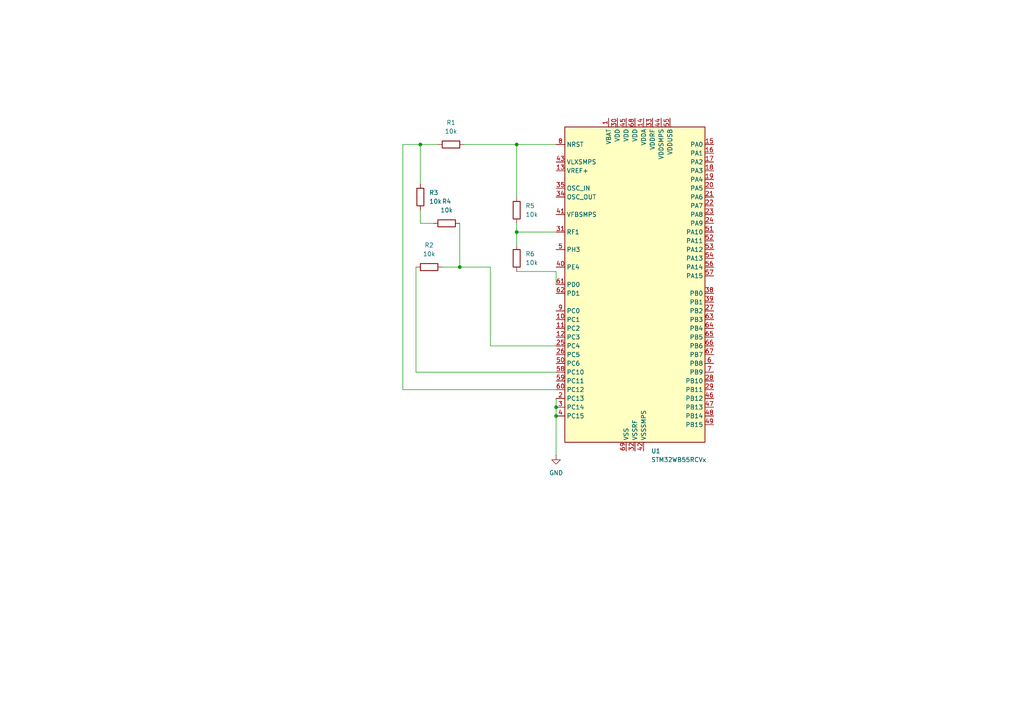
<source format=kicad_sch>
(kicad_sch (version 20250114) (generator "eeschema") (generator_version "9.0")
  (paper "A4")
  (lib_symbols
    (symbol "Device:R" (pin_numbers (hide yes)) (pin_names (offset 0))
      (property "Reference" "R" (at 2.032 0 90))
      (property "Value" "R" (at 0 0 90))
      (symbol "R_0_1"
        (rectangle (start -1.016 -2.54) (end 1.016 2.54) (stroke (width 0.254)))
      )
      (symbol "R_1_1"
        (pin passive line (at 0 3.81 270) (length 1.27) (name "~") (number "1"))
        (pin passive line (at 0 -3.81 90) (length 1.27) (name "~") (number "2"))
      )
    )
    (symbol "MCU_ST_STM32WB:STM32WB55RCVx"
      (property "Reference" "U" (at -20.32 46.99 0))
      (property "Value" "STM32WB55RCVx" (at 12.7 46.99 0))
      (symbol "STM32WB55RCVx_0_1"
        (rectangle (start -20.32 -45.72) (end 20.32 45.72) (stroke (width 0.254)) (fill (type background)))
      )
      (symbol "STM32WB55RCVx_1_1"
        (pin input line (at -22.86 40.64 0) (length 2.54) (name "NRST") (number "8"))
        (pin power_in line (at -22.86 35.56 0) (length 2.54) (name "VLXSMPS") (number "43"))
        (pin input line (at -22.86 33.02 0) (length 2.54) (name "VREF+") (number "13"))
        (pin input line (at -22.86 27.94 0) (length 2.54) (name "OSC_IN") (number "35"))
        (pin input line (at -22.86 25.4 0) (length 2.54) (name "OSC_OUT") (number "34"))
        (pin input line (at -22.86 20.32 0) (length 2.54) (name "VFBSMPS") (number "41"))
        (pin bidirectional line (at -22.86 15.24 0) (length 2.54) (name "RF1") (number "31"))
        (pin bidirectional line (at -22.86 10.16 0) (length 2.54) (name "PH3") (number "5"))
        (pin bidirectional line (at -22.86 5.08 0) (length 2.54) (name "PE4") (number "40"))
        (pin bidirectional line (at -22.86 0 0) (length 2.54) (name "PD0") (number "61"))
        (pin bidirectional line (at -22.86 -2.54 0) (length 2.54) (name "PD1") (number "62"))
        (pin bidirectional line (at -22.86 -7.62 0) (length 2.54) (name "PC0") (number "9"))
        (pin bidirectional line (at -22.86 -10.16 0) (length 2.54) (name "PC1") (number "10"))
        (pin bidirectional line (at -22.86 -12.7 0) (length 2.54) (name "PC2") (number "11"))
        (pin bidirectional line (at -22.86 -15.24 0) (length 2.54) (name "PC3") (number "12"))
        (pin bidirectional line (at -22.86 -17.78 0) (length 2.54) (name "PC4") (number "25"))
        (pin bidirectional line (at -22.86 -20.32 0) (length 2.54) (name "PC5") (number "26"))
        (pin bidirectional line (at -22.86 -22.86 0) (length 2.54) (name "PC6") (number "50"))
        (pin bidirectional line (at -22.86 -25.4 0) (length 2.54) (name "PC10") (number "58"))
        (pin bidirectional line (at -22.86 -27.94 0) (length 2.54) (name "PC11") (number "59"))
        (pin bidirectional line (at -22.86 -30.48 0) (length 2.54) (name "PC12") (number "60"))
        (pin bidirectional line (at -22.86 -33.02 0) (length 2.54) (name "PC13") (number "2"))
        (pin bidirectional line (at -22.86 -35.56 0) (length 2.54) (name "PC14") (number "3"))
        (pin bidirectional line (at -22.86 -38.1 0) (length 2.54) (name "PC15") (number "4"))
        (pin no_connect line (at -20.32 -43.18 0) (length 2.54) (hide yes) (name "AT1") (number "37"))
        (pin no_connect line (at -20.32 -45.72 0) (length 2.54) (hide yes) (name "AT0") (number "36"))
        (pin power_in line (at -7.62 48.26 270) (length 2.54) (name "VBAT") (number "1"))
        (pin power_in line (at -5.08 48.26 270) (length 2.54) (name "VDD") (number "30"))
        (pin power_in line (at -2.54 48.26 270) (length 2.54) (name "VDD") (number "45"))
        (pin power_in line (at -2.54 -48.26 90) (length 2.54) (name "VSS") (number "69"))
        (pin power_in line (at 0 48.26 270) (length 2.54) (name "VDD") (number "68"))
        (pin power_in line (at 0 -48.26 90) (length 2.54) (name "VSSRF") (number "32"))
        (pin power_in line (at 2.54 48.26 270) (length 2.54) (name "VDDA") (number "14"))
        (pin power_in line (at 2.54 -48.26 90) (length 2.54) (name "VSSSMPS") (number "42"))
        (pin power_in line (at 5.08 48.26 270) (length 2.54) (name "VDDRF") (number "33"))
        (pin power_in line (at 7.62 48.26 270) (length 2.54) (name "VDDSMPS") (number "44"))
        (pin power_in line (at 10.16 48.26 270) (length 2.54) (name "VDDUSB") (number "55"))
        (pin bidirectional line (at 22.86 40.64 180) (length 2.54) (name "PA0") (number "15"))
        (pin bidirectional line (at 22.86 38.1 180) (length 2.54) (name "PA1") (number "16"))
        (pin bidirectional line (at 22.86 35.56 180) (length 2.54) (name "PA2") (number "17"))
        (pin bidirectional line (at 22.86 33.02 180) (length 2.54) (name "PA3") (number "18"))
        (pin bidirectional line (at 22.86 30.48 180) (length 2.54) (name "PA4") (number "19"))
        (pin bidirectional line (at 22.86 27.94 180) (length 2.54) (name "PA5") (number "20"))
        (pin bidirectional line (at 22.86 25.4 180) (length 2.54) (name "PA6") (number "21"))
        (pin bidirectional line (at 22.86 22.86 180) (length 2.54) (name "PA7") (number "22"))
        (pin bidirectional line (at 22.86 20.32 180) (length 2.54) (name "PA8") (number "23"))
        (pin bidirectional line (at 22.86 17.78 180) (length 2.54) (name "PA9") (number "24"))
        (pin bidirectional line (at 22.86 15.24 180) (length 2.54) (name "PA10") (number "51"))
        (pin bidirectional line (at 22.86 12.7 180) (length 2.54) (name "PA11") (number "52"))
        (pin bidirectional line (at 22.86 10.16 180) (length 2.54) (name "PA12") (number "53"))
        (pin bidirectional line (at 22.86 7.62 180) (length 2.54) (name "PA13") (number "54"))
        (pin bidirectional line (at 22.86 5.08 180) (length 2.54) (name "PA14") (number "56"))
        (pin bidirectional line (at 22.86 2.54 180) (length 2.54) (name "PA15") (number "57"))
        (pin bidirectional line (at 22.86 -2.54 180) (length 2.54) (name "PB0") (number "38"))
        (pin bidirectional line (at 22.86 -5.08 180) (length 2.54) (name "PB1") (number "39"))
        (pin bidirectional line (at 22.86 -7.62 180) (length 2.54) (name "PB2") (number "27"))
        (pin bidirectional line (at 22.86 -10.16 180) (length 2.54) (name "PB3") (number "63"))
        (pin bidirectional line (at 22.86 -12.7 180) (length 2.54) (name "PB4") (number "64"))
        (pin bidirectional line (at 22.86 -15.24 180) (length 2.54) (name "PB5") (number "65"))
        (pin bidirectional line (at 22.86 -17.78 180) (length 2.54) (name "PB6") (number "66"))
        (pin bidirectional line (at 22.86 -20.32 180) (length 2.54) (name "PB7") (number "67"))
        (pin bidirectional line (at 22.86 -22.86 180) (length 2.54) (name "PB8") (number "6"))
        (pin bidirectional line (at 22.86 -25.4 180) (length 2.54) (name "PB9") (number "7"))
        (pin bidirectional line (at 22.86 -27.94 180) (length 2.54) (name "PB10") (number "28"))
        (pin bidirectional line (at 22.86 -30.48 180) (length 2.54) (name "PB11") (number "29"))
        (pin bidirectional line (at 22.86 -33.02 180) (length 2.54) (name "PB12") (number "46"))
        (pin bidirectional line (at 22.86 -35.56 180) (length 2.54) (name "PB13") (number "47"))
        (pin bidirectional line (at 22.86 -38.1 180) (length 2.54) (name "PB14") (number "48"))
        (pin bidirectional line (at 22.86 -40.64 180) (length 2.54) (name "PB15") (number "49"))
      )
    )
    (symbol "power:GND" (power) (pin_numbers (hide yes)) (pin_names (offset 0) (hide yes))
      (property "Value" "GND" (at 0 -3.81 0))
      (symbol "GND_0_1"
        (polyline (pts (xy 0 0) (xy 0 -1.27) (xy 1.27 -1.27) (xy 0 -2.54) (xy -1.27 -1.27) (xy 0 -1.27)))
      )
      (symbol "GND_1_1"
        (pin power_in line (at 0 0 270) (length 0) (name "~") (number "1"))
      )
    )
  )
  (junction (at 149.86 41.91))
  (junction (at 133.35 77.47))
  (junction (at 161.29 118.11))
  (junction (at 121.92 41.91))
  (junction (at 161.29 120.65))
  (junction (at 149.86 67.31))
  (wire (pts (xy 133.35 77.47) (xy 142.24 77.47)))
  (wire (pts (xy 161.29 78.74) (xy 161.29 82.55)))
  (wire (pts (xy 133.35 64.77) (xy 133.35 77.47)))
  (wire (pts (xy 116.84 41.91) (xy 121.92 41.91)))
  (wire (pts (xy 161.29 120.65) (xy 161.29 132.08)))
  (wire (pts (xy 125.73 64.77) (xy 121.92 64.77)))
  (wire (pts (xy 161.29 41.91) (xy 149.86 41.91)))
  (wire (pts (xy 121.92 64.77) (xy 121.92 60.96)))
  (wire (pts (xy 128.27 77.47) (xy 133.35 77.47)))
  (wire (pts (xy 149.86 41.91) (xy 149.86 57.15)))
  (wire (pts (xy 121.92 41.91) (xy 121.92 53.34)))
  (wire (pts (xy 149.86 78.74) (xy 161.29 78.74)))
  (wire (pts (xy 161.29 115.57) (xy 161.29 118.11)))
  (wire (pts (xy 116.84 113.03) (xy 116.84 41.91)))
  (wire (pts (xy 149.86 64.77) (xy 149.86 67.31)))
  (wire (pts (xy 161.29 100.33) (xy 142.24 100.33)))
  (wire (pts (xy 161.29 113.03) (xy 116.84 113.03)))
  (wire (pts (xy 149.86 67.31) (xy 161.29 67.31)))
  (wire (pts (xy 142.24 100.33) (xy 142.24 77.47)))
  (wire (pts (xy 161.29 118.11) (xy 161.29 120.65)))
  (wire (pts (xy 120.65 77.47) (xy 120.65 107.95)))
  (wire (pts (xy 120.65 107.95) (xy 161.29 107.95)))
  (wire (pts (xy 134.62 41.91) (xy 149.86 41.91)))
  (wire (pts (xy 149.86 67.31) (xy 149.86 71.12)))
  (wire (pts (xy 127 41.91) (xy 121.92 41.91)))
  (symbol (lib_id "Device:R") (at 121.92 57.15 180) (unit 1)
    (property "Reference" "R3" (at 124.46 55.8799 0) (effects (justify right)))
    (property "Value" "10k" (at 124.46 58.4199 0) (effects (justify right)))
    (property "Footprint" "Resistor_SMD:R_0402_1005Metric" (effects (hide yes)))
    (property "Description" "Resistor" (effects (hide yes)))
  )
  (symbol (lib_id "Device:R") (at 149.86 74.93 180) (unit 1)
    (property "Reference" "R6" (at 152.4 73.6599 0) (effects (justify right)))
    (property "Value" "10k" (at 152.4 76.1999 0) (effects (justify right)))
    (property "Footprint" "Resistor_SMD:R_0402_1005Metric" (effects (hide yes)))
    (property "Description" "Resistor" (effects (hide yes)))
  )
  (symbol (lib_id "MCU_ST_STM32WB:STM32WB55RCVx") (at 184.15 82.55 0) (unit 1)
    (property "Reference" "U1" (at 188.8333 130.81 0) (effects (justify left)))
    (property "Value" "STM32WB55RCVx" (at 188.8333 133.35 0) (effects (justify left)))
    (property "Footprint" "Package_DFN_QFN:QFN-68-1EP_8x8mm_P0.4mm_EP6.4x6.4mm" (effects (hide yes)))
    (property "Datasheet" "https://www.st.com/resource/en/datasheet/stm32wb55rc.pdf" (effects (hide yes)))
    (property "Description" "STMicroelectronics Arm Cortex-M4 MCU, 256KB flash, 128KB RAM, 64 MHz, 1.71-3.6V, 49 GPIO, VFQFPN68" (effects (hide yes)))
  )
  (symbol (lib_id "Device:R") (at 130.81 41.91 90) (unit 1)
    (property "Reference" "R1" (at 130.81 35.56 90))
    (property "Value" "10k" (at 130.81 38.1 90))
    (property "Footprint" "Resistor_SMD:R_0402_1005Metric" (effects (hide yes)))
    (property "Description" "Resistor" (effects (hide yes)))
  )
  (symbol (lib_id "power:GND") (at 161.29 132.08 0) (unit 1)
    (property "Reference" "#PWR01" (effects (hide yes)))
    (property "Value" "GND" (at 161.29 137.16 0))
    (property "Description" "Power symbol creates a global label with name \"GND\" , ground" (effects (hide yes)))
  )
  (symbol (lib_id "Device:R") (at 149.86 60.96 180) (unit 1)
    (property "Reference" "R5" (at 152.4 59.6899 0) (effects (justify right)))
    (property "Value" "10k" (at 152.4 62.2299 0) (effects (justify right)))
    (property "Footprint" "Resistor_SMD:R_0402_1005Metric" (effects (hide yes)))
    (property "Description" "Resistor" (effects (hide yes)))
  )
  (symbol (lib_id "Device:R") (at 129.54 64.77 90) (unit 1)
    (property "Reference" "R4" (at 129.54 58.42 90))
    (property "Value" "10k" (at 129.54 60.96 90))
    (property "Footprint" "Resistor_SMD:R_0402_1005Metric" (effects (hide yes)))
    (property "Description" "Resistor" (effects (hide yes)))
  )
  (symbol (lib_id "Device:R") (at 124.46 77.47 90) (unit 1)
    (property "Reference" "R2" (at 124.46 71.12 90))
    (property "Value" "10k" (at 124.46 73.66 90))
    (property "Footprint" "Resistor_SMD:R_0402_1005Metric" (effects (hide yes)))
    (property "Description" "Resistor" (effects (hide yes)))
  )
)
</source>
